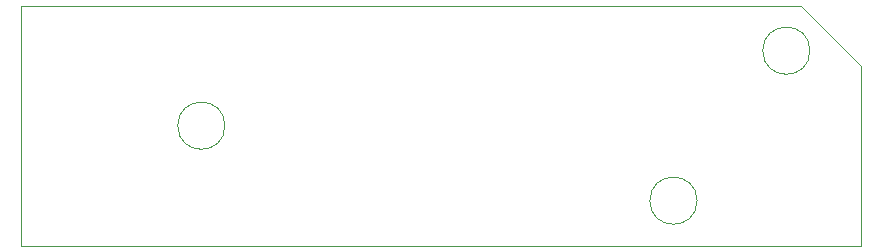
<source format=gbr>
G04 #@! TF.GenerationSoftware,KiCad,Pcbnew,(5.1.4)-1*
G04 #@! TF.CreationDate,2019-11-08T17:43:16+01:00*
G04 #@! TF.ProjectId,ArtNetNode,4172744e-6574-44e6-9f64-652e6b696361,rev?*
G04 #@! TF.SameCoordinates,Original*
G04 #@! TF.FileFunction,Profile,NP*
%FSLAX46Y46*%
G04 Gerber Fmt 4.6, Leading zero omitted, Abs format (unit mm)*
G04 Created by KiCad (PCBNEW (5.1.4)-1) date 2019-11-08 17:43:16*
%MOMM*%
%LPD*%
G04 APERTURE LIST*
%ADD10C,0.050000*%
G04 APERTURE END LIST*
D10*
X231140000Y-80010000D02*
X160020000Y-80010000D01*
X226060000Y-59690000D02*
X231140000Y-64770000D01*
X231140000Y-64770000D02*
X231140000Y-80010000D01*
X177260000Y-69850000D02*
G75*
G03X177260000Y-69850000I-2000000J0D01*
G01*
X226790000Y-63500000D02*
G75*
G03X226790000Y-63500000I-2000000J0D01*
G01*
X217233500Y-76200000D02*
G75*
G03X217233500Y-76200000I-2000000J0D01*
G01*
X160020000Y-59690000D02*
X226060000Y-59690000D01*
X160020000Y-80010000D02*
X160020000Y-59690000D01*
M02*

</source>
